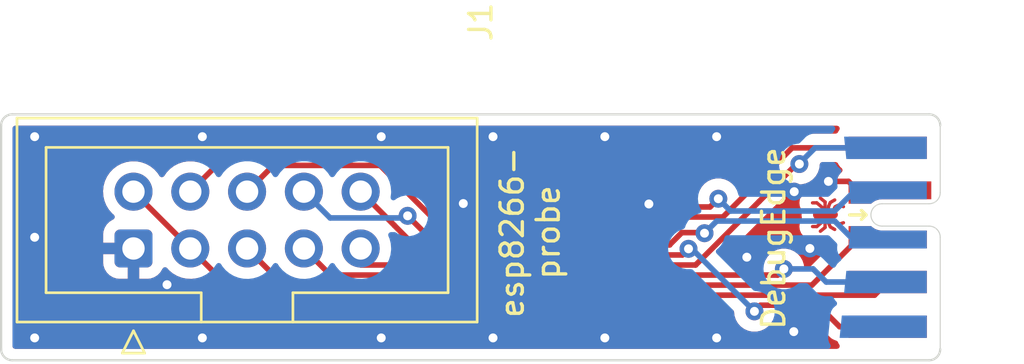
<source format=kicad_pcb>
(kicad_pcb (version 20211014) (generator pcbnew)
  (layers (0 "F.Cu" signal) (31 "B.Cu" signal) (34 "B.Paste" user) (35 "F.Paste" user) (36 "B.SilkS" user "B.Silkscreen") (37 "F.SilkS" user "F.Silkscreen") (38 "B.Mask" user) (39 "F.Mask" user) (44 "Edge.Cuts" user))
  (net 0 "")
  (net 1 "GND")
  (net 2 "/VREF")
  (net 3 "/TCK_SWCLK")
  (net 4 "/TMS_SWDIO")
  (net 5 "/TDI")
  (net 6 "/TDO")
  (net 7 "/SRST")
  (net 8 "/TX")
  (net 9 "/RX")
  (footprint "Connector_IDC:IDC-Header_2x05_P2.54mm_Vertical" (layer "F.Cu") (at 127.92 117.5 90)
    (fp_text reference "J1" (at 10.13 15.53 90) (layer "F.SilkS"))
    (fp_text value "Target")
    (fp_line (start -1.98 14.07) (end -1.98 7.13) (layer "F.SilkS") (width 0.12))
    (fp_line (start -3.68 0) (end -4.68 -0.5) (layer "F.SilkS") (width 0.12))
    (fp_line (start -1.98 7.13) (end -1.98 7.13) (layer "F.SilkS") (width 0.12))
    (fp_line (start -4.68 0.5) (end -3.68 0) (layer "F.SilkS") (width 0.12))
    (fp_line (start -3.29 15.37) (end -3.29 -5.21) (layer "F.SilkS") (width 0.12))
    (fp_line (start -1.98 7.13) (end -3.29 7.13) (layer "F.SilkS") (width 0.12))
    (fp_line (start -4.68 -0.5) (end -4.68 0.5) (layer "F.SilkS") (width 0.12))
    (fp_line (start -1.98 -3.91) (end 4.52 -3.91) (layer "F.SilkS") (width 0.12))
    (fp_line (start 4.52 -3.91) (end 4.52 14.07) (layer "F.SilkS") (width 0.12))
    (fp_line (start 5.83 -5.21) (end 5.83 15.37) (layer "F.SilkS") (width 0.12))
    (fp_line (start 5.83 15.37) (end -3.29 15.37) (layer "F.SilkS") (width 0.12))
    (fp_line (start -3.29 3.03) (end -1.98 3.03) (layer "F.SilkS") (width 0.12))
    (fp_line (start -1.98 3.03) (end -1.98 -3.91) (layer "F.SilkS") (width 0.12))
    (fp_line (start 4.52 14.07) (end -1.98 14.07) (layer "F.SilkS") (width 0.12))
    (fp_line (start -3.29 -5.21) (end 5.83 -5.21) (layer "F.SilkS") (width 0.12))
    (pad "1" thru_hole roundrect (at 0 0 90) (size 1.7 1.7) (drill 1) (layers *.Cu *.Mask) (roundrect_rratio 0.147059) (net 1 "GND"))
    (pad "2" thru_hole circle (at 2.54 0 90) (size 1.7 1.7) (drill 1) (layers *.Cu *.Mask) (net 2 "/VREF"))
    (pad "3" thru_hole circle (at 0 2.54 90) (size 1.7 1.7) (drill 1) (layers *.Cu *.Mask) (net 2 "/VREF"))
    (pad "4" thru_hole circle (at 2.54 2.54 90) (size 1.7 1.7) (drill 1) (layers *.Cu *.Mask) (net 3 "/TCK_SWCLK"))
    (pad "5" thru_hole circle (at 0 5.08 90) (size 1.7 1.7) (drill 1) (layers *.Cu *.Mask) (net 4 "/TMS_SWDIO"))
    (pad "6" thru_hole circle (at 2.54 5.08 90) (size 1.7 1.7) (drill 1) (layers *.Cu *.Mask) (net 5 "/TDI"))
    (pad "7" thru_hole circle (at 0 7.62 90) (size 1.7 1.7) (drill 1) (layers *.Cu *.Mask) (net 6 "/TDO"))
    (pad "8" thru_hole circle (at 2.54 7.62 90) (size 1.7 1.7) (drill 1) (layers *.Cu *.Mask) (net 7 "/SRST"))
    (pad "9" thru_hole circle (at 0 10.16 90) (size 1.7 1.7) (drill 1) (layers *.Cu *.Mask) (net 8 "/TX"))
    (pad "10" thru_hole circle (at 2.54 10.16 90) (size 1.7 1.7) (drill 1) (layers *.Cu *.Mask) (net 9 "/RX"))
  )
  (footprint "DebugEdge:DebugEdge_2x05_Host" (layer "F.Cu") (at 164 117 -90)
    (fp_text reference "J2")
    (fp_text value "DebugEdge_02x05")
    (fp_line (start -1.26 5.19) (end -1.54 5.52) (layer "F.Cu") (width 0.15))
    (fp_line (start -0.76 5.19) (end -0.48 5.52) (layer "F.Cu") (width 0.15))
    (fp_line (start -0.27 5.36) (end -0.44 5.15) (layer "F.Cu") (width 0.15))
    (fp_line (start -1.37 4.33) (end -1.44 4.53) (layer "F.Cu") (width 0.15))
    (fp_line (start -0.58 4.54) (end -0.64 4.67) (layer "F.Cu") (width 0.15))
    (fp_line (start -0.81 5.15) (end -0.44 5.15) (layer "F.Cu") (width 0.15))
    (fp_line (start -1.75 5.36) (end -1.58 5.15) (layer "F.Cu") (width 0.15))
    (fp_line (start -1.09 5.4) (end -1.02 4.74) (layer "F.Cu") (width 0.3))
    (fp_line (start -0.63 4.99) (end -0.47 4.92) (layer "F.Cu") (width 0.15))
    (fp_line (start -1.44 4.54) (end -1.38 4.67) (layer "F.Cu") (width 0.15))
    (fp_line (start -1.01 5.46) (end -1.01 5.39) (layer "F.Cu") (width 0.46))
    (fp_line (start -0.93 5.4) (end -1 4.74) (layer "F.Cu") (width 0.3))
    (fp_line (start -0.63 4.99) (end -0.89 5.04) (layer "F.Cu") (width 0.15))
    (fp_line (start -1.39 4.99) (end -1.55 4.92) (layer "F.Cu") (width 0.15))
    (fp_line (start -1.01 5.51) (end -1.01 4.74) (layer "F.Cu") (width 0.32))
    (fp_line (start -1.54 5.71) (end -1.54 5.52) (layer "F.Cu") (width 0.15))
    (fp_line (start -1.67 4.72) (end -1.56 4.91) (layer "F.Cu") (width 0.15))
    (fp_line (start -0.48 5.71) (end -0.48 5.52) (layer "F.Cu") (width 0.15))
    (fp_line (start -1.21 5.15) (end -1.58 5.15) (layer "F.Cu") (width 0.15))
    (fp_line (start -1.39 4.99) (end -1.13 5.04) (layer "F.Cu") (width 0.15))
    (fp_line (start -0.65 4.33) (end -0.58 4.53) (layer "F.Cu") (width 0.15))
    (fp_line (start -0.35 4.72) (end -0.46 4.91) (layer "F.Cu") (width 0.15))
    (fp_poly (pts (xy -1.35 4.56) (xy -1.29 4.68) (xy -1.29 4.82) (xy -1.42 4.76) (xy -1.49 4.61) (xy -1.4 4.64)) (layer "F.Cu") (width 0.001) (fill solid))
    (fp_poly (pts (xy -0.67 4.56) (xy -0.73 4.68) (xy -0.73 4.82) (xy -0.6 4.76) (xy -0.53 4.61) (xy -0.62 4.64)) (layer "F.Cu") (width 0.001) (fill solid))
    (fp_line (start -1 3.323) (end -1.2 3.523) (layer "F.SilkS") (width 0.153))
    (fp_line (start -1 4.05) (end -1 3.323) (layer "F.SilkS") (width 0.153))
    (fp_line (start -0.8 3.523) (end -1 3.323) (layer "F.SilkS") (width 0.153))
    (fp_line (start -0.5 2.6) (end -0.5 0.5) (layer "Edge.Cuts") (width 0.05))
    (fp_line (start 0 0) (end 5 0) (layer "Edge.Cuts") (width 0.05))
    (fp_line (start -1.5 0.5) (end -1.5 2.6) (layer "Edge.Cuts") (width 0.05))
    (fp_line (start -5 0) (end -2 0) (layer "Edge.Cuts") (width 0.05))
    (fp_arc (start -0.5 0.5) (mid -0.353553 0.146447) (end 0 0) (layer "Edge.Cuts") (width 0.05))
    (fp_arc (start -2 0) (mid -1.646447 0.146447) (end -1.5 0.5) (layer "Edge.Cuts") (width 0.05))
    (fp_arc (start -0.5 2.6) (mid -1 3.1) (end -1.5 2.6) (layer "Edge.Cuts") (width 0.05))
    (pad "1" smd custom locked (at -2 3.6 270) (size 1 1) (layers "F.Cu" "F.Mask") (net 1 "GND") (options (clearance outline) (anchor rect)) (primitives (gr_poly (pts (xy 0.3 -0.99) (xy 0.31 -0.88) (xy 0.33 -0.8) (xy 0.35 -0.74) (xy 0.37 -0.69) (xy 0.4 -0.64) (xy 0.44 -0.58) (xy 0.48 -0.53) (xy 0.5 -0.51) (xy 0.5 0.5) (xy -0.5 0.5) (xy -0.5 -3.2) (xy 0.3 -3.2)) (width 0) (fill yes))))
    (pad "2" smd custom locked (at 0 3.6 270) (size 1 1) (layers "F.Cu" "F.Mask") (net 4 "/TMS_SWDIO") (options (clearance outline) (anchor rect)) (primitives (gr_poly (pts (xy -0.3 -0.99) (xy -0.31 -0.88) (xy -0.33 -0.8) (xy -0.35 -0.74) (xy -0.37 -0.69) (xy -0.4 -0.64) (xy -0.44 -0.58) (xy -0.48 -0.53) (xy -0.5 -0.51) (xy -0.5 0.5) (xy 0.5 0.5) (xy 0.5 -3) (xy -0.3 -3)) (width 0) (fill yes))))
    (pad "3" smd custom locked (at -2 2.1 90) (size 0.4 0.4) (layers "B.Cu" "B.Mask") (net 3 "/TCK_SWCLK") (options (clearance outline) (anchor rect)) (primitives (gr_poly (pts (xy -0.3 -0.51) (xy -0.31 -0.62) (xy -0.33 -0.7) (xy -0.35 -0.76) (xy -0.37 -0.81) (xy -0.4 -0.86) (xy -0.44 -0.92) (xy -0.48 -0.97) (xy -0.5 -0.99) (xy -0.5 -1.9) (xy 0.5 -2) (xy 0.5 1.5) (xy -0.3 1.5)) (width 0) (fill yes))))
    (pad "4" smd custom locked (at 0 2.1 90) (size 0.4 0.4) (layers "B.Cu" "B.Mask") (net 7 "/SRST") (options (clearance outline) (anchor rect)) (primitives (gr_poly (pts (xy 0.3 -0.51) (xy 0.31 -0.62) (xy 0.33 -0.7) (xy 0.35 -0.76) (xy 0.37 -0.81) (xy 0.4 -0.86) (xy 0.44 -0.92) (xy 0.48 -0.97) (xy 0.5 -0.99) (xy 0.5 -1.9) (xy -0.5 -2) (xy -0.5 1.5) (xy 0.3 1.5)) (width 0) (fill yes))))
    (pad "5" smd rect locked (at 2 2.35 270) (size 1 3.5) (layers "F.Cu" "F.Mask") (net 2 "/VREF"))
    (pad "6" smd custom locked (at 2 2.4 90) (size 1 3.6) (layers "B.Cu" "B.Mask") (net 6 "/TDO") (options (clearance outline) (anchor rect)) (primitives (gr_poly (pts (xy 0.5 -1.8) (xy -0.5 -1.9) (xy -0.5 -1.8)) (width 0) (fill yes))))
    (pad "7" smd rect locked (at -4 2.35 270) (size 1 3.5) (layers "F.Cu" "F.Mask") (net 5 "/TDI"))
    (pad "8" smd custom locked (at -4 2.4 90) (size 1 3.6) (layers "B.Cu" "B.Mask") (net 8 "/TX") (options (clearance outline) (anchor rect)) (primitives (gr_poly (pts (xy 0.5 -1.8) (xy 0.5 -1.9) (xy -0.5 -1.8)) (width 0) (fill yes))))
    (pad "9" smd rect locked (at 4 2.35 270) (size 1 3.5) (layers "F.Cu" "F.Mask") (net 9 "/RX"))
    (pad "10" smd custom locked (at 4 2.5 90) (size 1 3.8) (layers "B.Cu" "B.Mask") (options (clearance outline) (anchor rect)) (primitives (gr_poly (pts (xy 0.5 -1.9) (xy -0.5 -2) (xy -0.5 -1.9)) (width 0) (fill yes))))
  )
  (gr_arc (start 163.5 111.5) (mid 163.853553 111.646447) (end 164 112) (layer "Edge.Cuts") (width 0.1))
  (gr_line (start 163.5 111.5) (end 122.5 111.5) (layer "Edge.Cuts") (width 0.1))
  (gr_arc (start 164 122) (mid 163.853553 122.353553) (end 163.5 122.5) (layer "Edge.Cuts") (width 0.1))
  (gr_line (start 122.5 122.5) (end 163.5 122.5) (layer "Edge.Cuts") (width 0.1))
  (gr_arc (start 122.5 122.5) (mid 122.146447 122.353553) (end 122 122) (layer "Edge.Cuts") (width 0.1))
  (gr_arc (start 122 112) (mid 122.146447 111.646447) (end 122.5 111.5) (layer "Edge.Cuts") (width 0.1))
  (gr_line (start 122 112) (end 122 122) (layer "Edge.Cuts") (width 0.1))
  (gr_text "DebugEdge" (at 156.55 117.05 90) (layer "F.SilkS") (effects (font (size 1 1))))
  (gr_text "esp8266-\nprobe" (at 145.66 116.78 90) (layer "F.SilkS") (effects (font (size 1 1))))
  (segment (start 159.9 114.5) (end 159 114.5) (width 0.25) (layer "F.Cu") (net 1))
  (segment (start 160.4 115) (end 159.9 114.5) (width 0.25) (layer "F.Cu") (net 1))
  (via (at 139 121.5) (size 0.8) (drill 0.4) (layers "F.Cu" "B.Cu") (net 1))
  (via (at 149 112.5) (size 0.8) (drill 0.4) (layers "F.Cu" "B.Cu") (net 1))
  (via (at 159 114.5) (size 0.8) (drill 0.4) (layers "F.Cu" "B.Cu") (net 1))
  (via (at 131 121.5) (size 0.8) (drill 0.4) (layers "F.Cu" "B.Cu") (net 1))
  (via (at 157.47 114.96) (size 0.8) (drill 0.4) (layers "F.Cu" "B.Cu") (net 1))
  (via (at 157.45 121.22) (size 0.8) (drill 0.4) (layers "F.Cu" "B.Cu") (net 1))
  (via (at 149 121.5) (size 0.8) (drill 0.4) (layers "F.Cu" "B.Cu") (net 1))
  (via (at 144 112.5) (size 0.8) (drill 0.4) (layers "F.Cu" "B.Cu") (net 1))
  (via (at 131 112.5) (size 0.8) (drill 0.4) (layers "F.Cu" "B.Cu") (net 1))
  (via (at 154 112.5) (size 0.8) (drill 0.4) (layers "F.Cu" "B.Cu") (net 1))
  (via (at 139 112.5) (size 0.8) (drill 0.4) (layers "F.Cu" "B.Cu") (net 1))
  (via (at 129.42 119.12) (size 0.8) (drill 0.4) (layers "F.Cu" "B.Cu") (net 1))
  (via (at 142.67 115.49) (size 0.8) (drill 0.4) (layers "F.Cu" "B.Cu") (net 1))
  (via (at 123.5 117) (size 0.8) (drill 0.4) (layers "F.Cu" "B.Cu") (net 1))
  (via (at 158.17 117.5) (size 0.8) (drill 0.4) (layers "F.Cu" "B.Cu") (net 1))
  (via (at 155.35 117.89) (size 0.8) (drill 0.4) (layers "F.Cu" "B.Cu") (net 1))
  (via (at 150.97 115.51) (size 0.8) (drill 0.4) (layers "F.Cu" "B.Cu") (net 1))
  (via (at 123.5 121.5) (size 0.8) (drill 0.4) (layers "F.Cu" "B.Cu") (net 1))
  (via (at 154 121.5) (size 0.8) (drill 0.4) (layers "F.Cu" "B.Cu") (net 1))
  (via (at 123.5 112.5) (size 0.8) (drill 0.4) (layers "F.Cu" "B.Cu") (net 1))
  (via (at 144 121.5) (size 0.8) (drill 0.4) (layers "F.Cu" "B.Cu") (net 1))
  (segment (start 127.92 114.96) (end 130.46 117.5) (width 0.25) (layer "F.Cu") (net 2))
  (segment (start 161.06144 119.58856) (end 132.54856 119.58856) (width 0.25) (layer "F.Cu") (net 2))
  (segment (start 161.65 119) (end 161.06144 119.58856) (width 0.25) (layer "F.Cu") (net 2))
  (segment (start 132.54856 119.58856) (end 130.46 117.5) (width 0.25) (layer "F.Cu") (net 2))
  (segment (start 139.136301 113.335969) (end 138.763905 113.335969) (width 0.25) (layer "F.Cu") (net 3))
  (segment (start 142.242252 116.44192) (end 141.705166 115.904834) (width 0.25) (layer "F.Cu") (net 3))
  (segment (start 132.084031 113.335969) (end 130.46 114.96) (width 0.25) (layer "F.Cu") (net 3))
  (segment (start 141.705166 115.904834) (end 139.136301 113.335969) (width 0.25) (layer "F.Cu") (net 3))
  (segment (start 151.4 116.44192) (end 142.242252 116.44192) (width 0.25) (layer "F.Cu") (net 3))
  (segment (start 138.752697 113.335969) (end 132.084031 113.335969) (width 0.25) (layer "F.Cu") (net 3))
  (segment (start 152.198432 115.643488) (end 151.4 116.44192) (width 0.25) (layer "F.Cu") (net 3))
  (segment (start 154.075394 115.275394) (end 153.7073 115.643488) (width 0.25) (layer "F.Cu") (net 3))
  (segment (start 153.7073 115.643488) (end 152.198432 115.643488) (width 0.25) (layer "F.Cu") (net 3))
  (via (at 154.075394 115.275394) (size 0.8) (drill 0.4) (layers "F.Cu" "B.Cu") (net 3))
  (segment (start 160.1 115) (end 161.9 115) (width 0.25) (layer "B.Cu") (net 3))
  (segment (start 154.624511 115.824511) (end 159.275489 115.824511) (width 0.25) (layer "B.Cu") (net 3))
  (segment (start 159.275489 115.824511) (end 160.1 115) (width 0.25) (layer "B.Cu") (net 3))
  (segment (start 154.075394 115.275394) (end 154.624511 115.824511) (width 0.25) (layer "B.Cu") (net 3))
  (segment (start 134.63904 119.13904) (end 133 117.5) (width 0.25) (layer "F.Cu") (net 4))
  (segment (start 158.26096 119.13904) (end 134.63904 119.13904) (width 0.25) (layer "F.Cu") (net 4))
  (segment (start 160.4 117) (end 158.26096 119.13904) (width 0.25) (layer "F.Cu") (net 4))
  (segment (start 152.398432 116.093008) (end 154.282378 116.093008) (width 0.25) (layer "F.Cu") (net 5))
  (segment (start 133 114.96) (end 134.174511 113.785489) (width 0.25) (layer "F.Cu") (net 5))
  (segment (start 142.056054 116.89144) (end 151.6 116.89144) (width 0.25) (layer "F.Cu") (net 5))
  (segment (start 154.282378 116.093008) (end 157.375386 113) (width 0.25) (layer "F.Cu") (net 5))
  (segment (start 157.375386 113) (end 161.65 113) (width 0.25) (layer "F.Cu") (net 5))
  (segment (start 151.6 116.89144) (end 152.398432 116.093008) (width 0.25) (layer "F.Cu") (net 5))
  (segment (start 138.950103 113.785489) (end 142.056054 116.89144) (width 0.25) (layer "F.Cu") (net 5))
  (segment (start 134.174511 113.785489) (end 138.950103 113.785489) (width 0.25) (layer "F.Cu") (net 5))
  (segment (start 136.72952 118.68952) (end 135.54 117.5) (width 0.25) (layer "F.Cu") (net 6))
  (segment (start 156.731655 118.68952) (end 136.72952 118.68952) (width 0.25) (layer "F.Cu") (net 6))
  (segment (start 157.006635 118.41454) (end 156.731655 118.68952) (width 0.25) (layer "F.Cu") (net 6))
  (via (at 157.006635 118.41454) (size 0.8) (drill 0.4) (layers "F.Cu" "B.Cu") (net 6))
  (segment (start 158.31454 118.41454) (end 158.9 119) (width 0.25) (layer "B.Cu") (net 6))
  (segment (start 157.006635 118.41454) (end 158.31454 118.41454) (width 0.25) (layer "B.Cu") (net 6))
  (segment (start 158.9 119) (end 161.6 119) (width 0.25) (layer "B.Cu") (net 6))
  (segment (start 153.457882 116.817519) (end 153.431352 116.790989) (width 0.25) (layer "F.Cu") (net 7))
  (segment (start 140.18 116.04) (end 141.48096 117.34096) (width 0.25) (layer "F.Cu") (net 7))
  (segment (start 141.48096 117.34096) (end 151.9 117.34096) (width 0.25) (layer "F.Cu") (net 7))
  (segment (start 152.442358 116.790989) (end 151.9 117.333347) (width 0.25) (layer "F.Cu") (net 7))
  (segment (start 153.431352 116.790989) (end 152.442358 116.790989) (width 0.25) (layer "F.Cu") (net 7))
  (segment (start 151.9 117.333347) (end 151.9 117.34096) (width 0.25) (layer "F.Cu") (net 7))
  (via (at 140.18 116.04) (size 0.8) (drill 0.4) (layers "F.Cu" "B.Cu") (net 7))
  (via (at 153.457882 116.817519) (size 0.8) (drill 0.4) (layers "F.Cu" "B.Cu") (net 7))
  (segment (start 154.00137 116.274031) (end 159.28 116.274031) (width 0.25) (layer "B.Cu") (net 7))
  (segment (start 136.714511 116.134511) (end 135.54 114.96) (width 0.25) (layer "B.Cu") (net 7))
  (segment (start 140.085489 116.134511) (end 136.714511 116.134511) (width 0.25) (layer "B.Cu") (net 7))
  (segment (start 159.28 116.274031) (end 160.005969 117) (width 0.25) (layer "B.Cu") (net 7))
  (segment (start 153.457882 116.817519) (end 154.00137 116.274031) (width 0.25) (layer "B.Cu") (net 7))
  (segment (start 140.18 116.04) (end 140.085489 116.134511) (width 0.25) (layer "B.Cu") (net 7))
  (segment (start 160.005969 117) (end 161.9 117) (width 0.25) (layer "B.Cu") (net 7))
  (segment (start 155.9 115.4) (end 156.2 115.1) (width 0.25) (layer "F.Cu") (net 8))
  (segment (start 138.08 118.24) (end 153.06 118.24) (width 0.25) (layer "F.Cu") (net 8))
  (segment (start 153.06 118.24) (end 155.9 115.4) (width 0.25) (layer "F.Cu") (net 8))
  (segment (start 156.2 115.1) (end 157.5755 113.7245) (width 0.25) (layer "F.Cu") (net 8))
  (segment (start 157.5755 113.7245) (end 157.7 113.7245) (width 0.25) (layer "F.Cu") (net 8))
  (via (at 157.7 113.7245) (size 0.8) (drill 0.4) (layers "F.Cu" "B.Cu") (net 8))
  (segment (start 158.4 113) (end 161.6 113) (width 0.25) (layer "B.Cu") (net 8))
  (segment (start 157.7 113.7245) (end 157.7 113.7) (width 0.25) (layer "B.Cu") (net 8))
  (segment (start 157.7 113.7) (end 158.4 113) (width 0.25) (layer "B.Cu") (net 8))
  (segment (start 140.905866 117.79048) (end 139.597693 116.482307) (width 0.25) (layer "F.Cu") (net 9))
  (segment (start 142.15952 117.79048) (end 140.905866 117.79048) (width 0.25) (layer "F.Cu") (net 9))
  (segment (start 155.96498 120.03808) (end 158.54 120.03808) (width 0.25) (layer "F.Cu") (net 9))
  (segment (start 158.54 120.03808) (end 159.50192 121) (width 0.25) (layer "F.Cu") (net 9))
  (segment (start 152.467481 117.79048) (end 142.15952 117.79048) (width 0.25) (layer "F.Cu") (net 9))
  (segment (start 152.742461 117.5155) (end 152.467481 117.79048) (width 0.25) (layer "F.Cu") (net 9))
  (segment (start 155.69 120.31306) (end 155.96498 120.03808) (width 0.25) (layer "F.Cu") (net 9))
  (segment (start 159.50192 121) (end 161.65 121) (width 0.25) (layer "F.Cu") (net 9))
  (segment (start 139.6 116.48) (end 138.08 114.96) (width 0.25) (layer "F.Cu") (net 9))
  (via (at 155.69 120.31306) (size 0.8) (drill 0.4) (layers "F.Cu" "B.Cu") (net 9))
  (via (at 152.742461 117.5155) (size 0.8) (drill 0.4) (layers "F.Cu" "B.Cu") (net 9))
  (segment (start 152.89244 117.5155) (end 155.69 120.31306) (width 0.25) (layer "B.Cu") (net 9))
  (segment (start 152.742461 117.5155) (end 152.89244 117.5155) (width 0.25) (layer "B.Cu") (net 9))
  (zone (net 1) (net_name "GND") (layers F&B.Cu) (connect_pads (clearance 0.508)) (min_thickness 0.254) (fill yes (thermal_gap 0.508) (thermal_bridge_width 0.508))
    (polygon (pts (xy 164 122.5) (xy 122 122.5) (xy 122 111.5) (xy 164 111.5)))
  )
)
</source>
